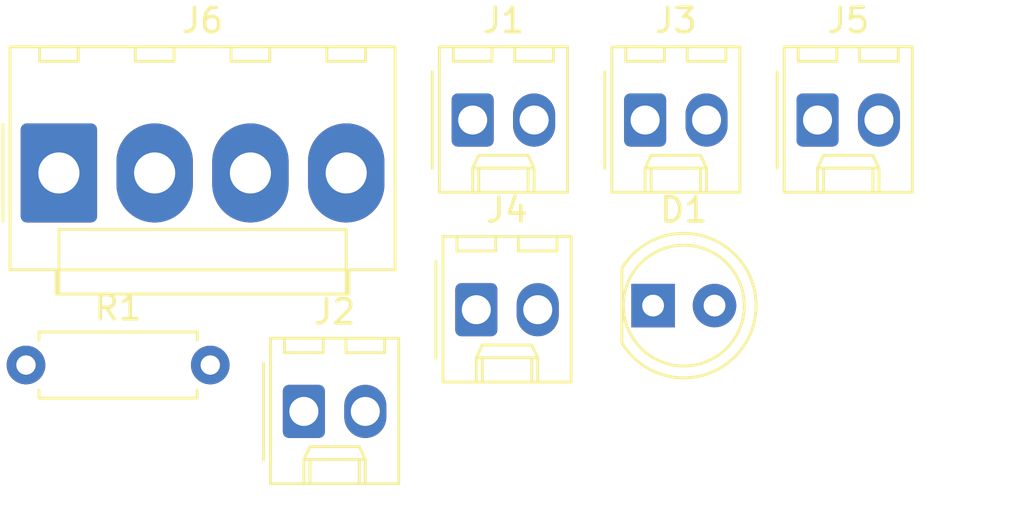
<source format=kicad_pcb>
(kicad_pcb (version 20171130) (host pcbnew "(5.1.5-0)")

  (general
    (thickness 1.6)
    (drawings 0)
    (tracks 0)
    (zones 0)
    (modules 8)
    (nets 9)
  )

  (page A4)
  (layers
    (0 F.Cu signal)
    (31 B.Cu signal)
    (32 B.Adhes user)
    (33 F.Adhes user)
    (34 B.Paste user)
    (35 F.Paste user)
    (36 B.SilkS user)
    (37 F.SilkS user)
    (38 B.Mask user)
    (39 F.Mask user)
    (40 Dwgs.User user)
    (41 Cmts.User user)
    (42 Eco1.User user)
    (43 Eco2.User user)
    (44 Edge.Cuts user)
    (45 Margin user)
    (46 B.CrtYd user)
    (47 F.CrtYd user)
    (48 B.Fab user)
    (49 F.Fab user)
  )

  (setup
    (last_trace_width 0.25)
    (trace_clearance 0.2)
    (zone_clearance 0.508)
    (zone_45_only no)
    (trace_min 0.2)
    (via_size 0.8)
    (via_drill 0.4)
    (via_min_size 0.4)
    (via_min_drill 0.3)
    (uvia_size 0.3)
    (uvia_drill 0.1)
    (uvias_allowed no)
    (uvia_min_size 0.2)
    (uvia_min_drill 0.1)
    (edge_width 0.05)
    (segment_width 0.2)
    (pcb_text_width 0.3)
    (pcb_text_size 1.5 1.5)
    (mod_edge_width 0.12)
    (mod_text_size 1 1)
    (mod_text_width 0.15)
    (pad_size 1.524 1.524)
    (pad_drill 0.762)
    (pad_to_mask_clearance 0.051)
    (solder_mask_min_width 0.25)
    (aux_axis_origin 0 0)
    (visible_elements FFFFFF7F)
    (pcbplotparams
      (layerselection 0x010fc_ffffffff)
      (usegerberextensions false)
      (usegerberattributes false)
      (usegerberadvancedattributes false)
      (creategerberjobfile false)
      (excludeedgelayer true)
      (linewidth 0.100000)
      (plotframeref false)
      (viasonmask false)
      (mode 1)
      (useauxorigin false)
      (hpglpennumber 1)
      (hpglpenspeed 20)
      (hpglpendiameter 15.000000)
      (psnegative false)
      (psa4output false)
      (plotreference true)
      (plotvalue true)
      (plotinvisibletext false)
      (padsonsilk false)
      (subtractmaskfromsilk false)
      (outputformat 1)
      (mirror false)
      (drillshape 1)
      (scaleselection 1)
      (outputdirectory ""))
  )

  (net 0 "")
  (net 1 +12V)
  (net 2 "Net-(D1-Pad1)")
  (net 3 "Net-(J1-Pad2)")
  (net 4 "Net-(J1-Pad1)")
  (net 5 GND)
  (net 6 "Net-(J4-Pad2)")
  (net 7 /-5V)
  (net 8 /+5V)

  (net_class Default "This is the default net class."
    (clearance 0.2)
    (trace_width 0.25)
    (via_dia 0.8)
    (via_drill 0.4)
    (uvia_dia 0.3)
    (uvia_drill 0.1)
    (add_net +12V)
    (add_net /+5V)
    (add_net /-5V)
    (add_net GND)
    (add_net "Net-(D1-Pad1)")
    (add_net "Net-(J1-Pad1)")
    (add_net "Net-(J1-Pad2)")
    (add_net "Net-(J4-Pad2)")
  )

  (module Resistor_THT:R_Axial_DIN0207_L6.3mm_D2.5mm_P7.62mm_Horizontal (layer F.Cu) (tedit 5AE5139B) (tstamp 5F9C67DA)
    (at 106.5183 88.693)
    (descr "Resistor, Axial_DIN0207 series, Axial, Horizontal, pin pitch=7.62mm, 0.25W = 1/4W, length*diameter=6.3*2.5mm^2, http://cdn-reichelt.de/documents/datenblatt/B400/1_4W%23YAG.pdf")
    (tags "Resistor Axial_DIN0207 series Axial Horizontal pin pitch 7.62mm 0.25W = 1/4W length 6.3mm diameter 2.5mm")
    (path /5F9D473A)
    (fp_text reference R1 (at 3.81 -2.37) (layer F.SilkS)
      (effects (font (size 1 1) (thickness 0.15)))
    )
    (fp_text value 510Ω (at 3.81 2.37) (layer F.Fab)
      (effects (font (size 1 1) (thickness 0.15)))
    )
    (fp_text user %R (at 3.81 0) (layer F.Fab)
      (effects (font (size 1 1) (thickness 0.15)))
    )
    (fp_line (start 8.67 -1.5) (end -1.05 -1.5) (layer F.CrtYd) (width 0.05))
    (fp_line (start 8.67 1.5) (end 8.67 -1.5) (layer F.CrtYd) (width 0.05))
    (fp_line (start -1.05 1.5) (end 8.67 1.5) (layer F.CrtYd) (width 0.05))
    (fp_line (start -1.05 -1.5) (end -1.05 1.5) (layer F.CrtYd) (width 0.05))
    (fp_line (start 7.08 1.37) (end 7.08 1.04) (layer F.SilkS) (width 0.12))
    (fp_line (start 0.54 1.37) (end 7.08 1.37) (layer F.SilkS) (width 0.12))
    (fp_line (start 0.54 1.04) (end 0.54 1.37) (layer F.SilkS) (width 0.12))
    (fp_line (start 7.08 -1.37) (end 7.08 -1.04) (layer F.SilkS) (width 0.12))
    (fp_line (start 0.54 -1.37) (end 7.08 -1.37) (layer F.SilkS) (width 0.12))
    (fp_line (start 0.54 -1.04) (end 0.54 -1.37) (layer F.SilkS) (width 0.12))
    (fp_line (start 7.62 0) (end 6.96 0) (layer F.Fab) (width 0.1))
    (fp_line (start 0 0) (end 0.66 0) (layer F.Fab) (width 0.1))
    (fp_line (start 6.96 -1.25) (end 0.66 -1.25) (layer F.Fab) (width 0.1))
    (fp_line (start 6.96 1.25) (end 6.96 -1.25) (layer F.Fab) (width 0.1))
    (fp_line (start 0.66 1.25) (end 6.96 1.25) (layer F.Fab) (width 0.1))
    (fp_line (start 0.66 -1.25) (end 0.66 1.25) (layer F.Fab) (width 0.1))
    (pad 2 thru_hole oval (at 7.62 0) (size 1.6 1.6) (drill 0.8) (layers *.Cu *.Mask)
      (net 5 GND))
    (pad 1 thru_hole circle (at 0 0) (size 1.6 1.6) (drill 0.8) (layers *.Cu *.Mask)
      (net 2 "Net-(D1-Pad1)"))
    (model ${KISYS3DMOD}/Resistor_THT.3dshapes/R_Axial_DIN0207_L6.3mm_D2.5mm_P7.62mm_Horizontal.wrl
      (at (xyz 0 0 0))
      (scale (xyz 1 1 1))
      (rotate (xyz 0 0 0))
    )
  )

  (module Connector_Molex:Molex_KK-396_A-41791-0004_1x04_P3.96mm_Vertical (layer F.Cu) (tedit 5DC431B4) (tstamp 5F9C67C3)
    (at 107.8783 80.743)
    (descr "Molex KK 396 Interconnect System, old/engineering part number: A-41791-0004 example for new part number: 26-60-4040, 4 Pins (https://www.molex.com/pdm_docs/sd/026604020_sd.pdf), generated with kicad-footprint-generator")
    (tags "connector Molex KK-396 vertical")
    (path /5F9C0B40)
    (fp_text reference J6 (at 5.94 -6.31) (layer F.SilkS)
      (effects (font (size 1 1) (thickness 0.15)))
    )
    (fp_text value "TI-99/4A Power" (at 5.94 6.1) (layer F.Fab)
      (effects (font (size 1 1) (thickness 0.15)))
    )
    (fp_text user %R (at 5.94 -4.41) (layer F.Fab)
      (effects (font (size 1 1) (thickness 0.15)))
    )
    (fp_line (start 14.29 -5.61) (end -2.41 -5.61) (layer F.CrtYd) (width 0.05))
    (fp_line (start 14.29 5.4) (end 14.29 -5.61) (layer F.CrtYd) (width 0.05))
    (fp_line (start -2.41 5.4) (end 14.29 5.4) (layer F.CrtYd) (width 0.05))
    (fp_line (start -2.41 -5.61) (end -2.41 5.4) (layer F.CrtYd) (width 0.05))
    (fp_line (start 12.68 -4.62) (end 12.68 -5.22) (layer F.SilkS) (width 0.12))
    (fp_line (start 11.08 -4.62) (end 12.68 -4.62) (layer F.SilkS) (width 0.12))
    (fp_line (start 11.08 -5.22) (end 11.08 -4.62) (layer F.SilkS) (width 0.12))
    (fp_line (start 8.72 -4.62) (end 8.72 -5.22) (layer F.SilkS) (width 0.12))
    (fp_line (start 7.12 -4.62) (end 8.72 -4.62) (layer F.SilkS) (width 0.12))
    (fp_line (start 7.12 -5.22) (end 7.12 -4.62) (layer F.SilkS) (width 0.12))
    (fp_line (start 4.76 -4.62) (end 4.76 -5.22) (layer F.SilkS) (width 0.12))
    (fp_line (start 3.16 -4.62) (end 4.76 -4.62) (layer F.SilkS) (width 0.12))
    (fp_line (start 3.16 -5.22) (end 3.16 -4.62) (layer F.SilkS) (width 0.12))
    (fp_line (start 0.8 -4.62) (end 0.8 -5.22) (layer F.SilkS) (width 0.12))
    (fp_line (start -0.8 -4.62) (end 0.8 -4.62) (layer F.SilkS) (width 0.12))
    (fp_line (start -0.8 -5.22) (end -0.8 -4.62) (layer F.SilkS) (width 0.12))
    (fp_line (start 11.88 2.34) (end 11.88 4.01) (layer F.SilkS) (width 0.12))
    (fp_line (start 0 2.34) (end 11.88 2.34) (layer F.SilkS) (width 0.12))
    (fp_line (start 0 4.01) (end 0 2.34) (layer F.SilkS) (width 0.12))
    (fp_line (start 11.88 4.01) (end 11.88 5.01) (layer F.SilkS) (width 0.12))
    (fp_line (start 0 4.01) (end 11.88 4.01) (layer F.SilkS) (width 0.12))
    (fp_line (start 0 5.01) (end 0 4.01) (layer F.SilkS) (width 0.12))
    (fp_line (start -1.202893 0) (end -1.91 0.5) (layer F.Fab) (width 0.1))
    (fp_line (start -1.91 -0.5) (end -1.202893 0) (layer F.Fab) (width 0.1))
    (fp_line (start -2.31 -2) (end -2.31 2) (layer F.SilkS) (width 0.12))
    (fp_line (start -2.02 4.005) (end -2.02 -5.22) (layer F.SilkS) (width 0.12))
    (fp_line (start -0.115 4.005) (end -2.02 4.005) (layer F.SilkS) (width 0.12))
    (fp_line (start -0.115 5.01) (end -0.115 4.005) (layer F.SilkS) (width 0.12))
    (fp_line (start 11.995 5.01) (end -0.115 5.01) (layer F.SilkS) (width 0.12))
    (fp_line (start 11.995 4.005) (end 11.995 5.01) (layer F.SilkS) (width 0.12))
    (fp_line (start 13.9 4.005) (end 11.995 4.005) (layer F.SilkS) (width 0.12))
    (fp_line (start 13.9 -5.22) (end 13.9 4.005) (layer F.SilkS) (width 0.12))
    (fp_line (start -2.02 -5.22) (end 13.9 -5.22) (layer F.SilkS) (width 0.12))
    (fp_line (start -1.91 3.895) (end -1.91 -5.11) (layer F.Fab) (width 0.1))
    (fp_line (start -0.005 3.895) (end -1.91 3.895) (layer F.Fab) (width 0.1))
    (fp_line (start -0.005 4.9) (end -0.005 3.895) (layer F.Fab) (width 0.1))
    (fp_line (start 11.885 4.9) (end -0.005 4.9) (layer F.Fab) (width 0.1))
    (fp_line (start 11.885 3.895) (end 11.885 4.9) (layer F.Fab) (width 0.1))
    (fp_line (start 13.79 3.895) (end 11.885 3.895) (layer F.Fab) (width 0.1))
    (fp_line (start 13.79 -5.11) (end 13.79 3.895) (layer F.Fab) (width 0.1))
    (fp_line (start -1.91 -5.11) (end 13.79 -5.11) (layer F.Fab) (width 0.1))
    (pad 4 thru_hole oval (at 11.88 0) (size 3.16 4.1) (drill 1.7) (layers *.Cu *.Mask)
      (net 8 /+5V))
    (pad 3 thru_hole oval (at 7.92 0) (size 3.16 4.1) (drill 1.7) (layers *.Cu *.Mask)
      (net 5 GND))
    (pad 2 thru_hole oval (at 3.96 0) (size 3.16 4.1) (drill 1.7) (layers *.Cu *.Mask)
      (net 1 +12V))
    (pad 1 thru_hole roundrect (at 0 0) (size 3.16 4.1) (drill 1.7) (layers *.Cu *.Mask) (roundrect_rratio 0.079114)
      (net 7 /-5V))
    (model ${KISYS3DMOD}/Connector_Molex.3dshapes/Molex_KK-396_A-41791-0004_1x04_P3.96mm_Vertical.wrl
      (at (xyz 0 0 0))
      (scale (xyz 1 1 1))
      (rotate (xyz 0 0 0))
    )
  )

  (module Connector_Molex:Molex_KK-254_AE-6410-02A_1x02_P2.54mm_Vertical (layer F.Cu) (tedit 5B78013E) (tstamp 5F9C6791)
    (at 139.2483 78.553)
    (descr "Molex KK-254 Interconnect System, old/engineering part number: AE-6410-02A example for new part number: 22-27-2021, 2 Pins (http://www.molex.com/pdm_docs/sd/022272021_sd.pdf), generated with kicad-footprint-generator")
    (tags "connector Molex KK-254 side entry")
    (path /5F9CBF29)
    (fp_text reference J5 (at 1.27 -4.12) (layer F.SilkS)
      (effects (font (size 1 1) (thickness 0.15)))
    )
    (fp_text value "+5V Regulator Out" (at 1.27 4.08) (layer F.Fab)
      (effects (font (size 1 1) (thickness 0.15)))
    )
    (fp_text user %R (at 1.27 -2.22) (layer F.Fab)
      (effects (font (size 1 1) (thickness 0.15)))
    )
    (fp_line (start 4.31 -3.42) (end -1.77 -3.42) (layer F.CrtYd) (width 0.05))
    (fp_line (start 4.31 3.38) (end 4.31 -3.42) (layer F.CrtYd) (width 0.05))
    (fp_line (start -1.77 3.38) (end 4.31 3.38) (layer F.CrtYd) (width 0.05))
    (fp_line (start -1.77 -3.42) (end -1.77 3.38) (layer F.CrtYd) (width 0.05))
    (fp_line (start 3.34 -2.43) (end 3.34 -3.03) (layer F.SilkS) (width 0.12))
    (fp_line (start 1.74 -2.43) (end 3.34 -2.43) (layer F.SilkS) (width 0.12))
    (fp_line (start 1.74 -3.03) (end 1.74 -2.43) (layer F.SilkS) (width 0.12))
    (fp_line (start 0.8 -2.43) (end 0.8 -3.03) (layer F.SilkS) (width 0.12))
    (fp_line (start -0.8 -2.43) (end 0.8 -2.43) (layer F.SilkS) (width 0.12))
    (fp_line (start -0.8 -3.03) (end -0.8 -2.43) (layer F.SilkS) (width 0.12))
    (fp_line (start 2.29 2.99) (end 2.29 1.99) (layer F.SilkS) (width 0.12))
    (fp_line (start 0.25 2.99) (end 0.25 1.99) (layer F.SilkS) (width 0.12))
    (fp_line (start 2.29 1.46) (end 2.54 1.99) (layer F.SilkS) (width 0.12))
    (fp_line (start 0.25 1.46) (end 2.29 1.46) (layer F.SilkS) (width 0.12))
    (fp_line (start 0 1.99) (end 0.25 1.46) (layer F.SilkS) (width 0.12))
    (fp_line (start 2.54 1.99) (end 2.54 2.99) (layer F.SilkS) (width 0.12))
    (fp_line (start 0 1.99) (end 2.54 1.99) (layer F.SilkS) (width 0.12))
    (fp_line (start 0 2.99) (end 0 1.99) (layer F.SilkS) (width 0.12))
    (fp_line (start -0.562893 0) (end -1.27 0.5) (layer F.Fab) (width 0.1))
    (fp_line (start -1.27 -0.5) (end -0.562893 0) (layer F.Fab) (width 0.1))
    (fp_line (start -1.67 -2) (end -1.67 2) (layer F.SilkS) (width 0.12))
    (fp_line (start 3.92 -3.03) (end -1.38 -3.03) (layer F.SilkS) (width 0.12))
    (fp_line (start 3.92 2.99) (end 3.92 -3.03) (layer F.SilkS) (width 0.12))
    (fp_line (start -1.38 2.99) (end 3.92 2.99) (layer F.SilkS) (width 0.12))
    (fp_line (start -1.38 -3.03) (end -1.38 2.99) (layer F.SilkS) (width 0.12))
    (fp_line (start 3.81 -2.92) (end -1.27 -2.92) (layer F.Fab) (width 0.1))
    (fp_line (start 3.81 2.88) (end 3.81 -2.92) (layer F.Fab) (width 0.1))
    (fp_line (start -1.27 2.88) (end 3.81 2.88) (layer F.Fab) (width 0.1))
    (fp_line (start -1.27 -2.92) (end -1.27 2.88) (layer F.Fab) (width 0.1))
    (pad 2 thru_hole oval (at 2.54 0) (size 1.74 2.2) (drill 1.2) (layers *.Cu *.Mask)
      (net 6 "Net-(J4-Pad2)"))
    (pad 1 thru_hole roundrect (at 0 0) (size 1.74 2.2) (drill 1.2) (layers *.Cu *.Mask) (roundrect_rratio 0.143678)
      (net 8 /+5V))
    (model ${KISYS3DMOD}/Connector_Molex.3dshapes/Molex_KK-254_AE-6410-02A_1x02_P2.54mm_Vertical.wrl
      (at (xyz 0 0 0))
      (scale (xyz 1 1 1))
      (rotate (xyz 0 0 0))
    )
  )

  (module Connector_Molex:Molex_KK-254_AE-6410-02A_1x02_P2.54mm_Vertical (layer F.Cu) (tedit 5B78013E) (tstamp 5F9C676D)
    (at 125.1383 86.403)
    (descr "Molex KK-254 Interconnect System, old/engineering part number: AE-6410-02A example for new part number: 22-27-2021, 2 Pins (http://www.molex.com/pdm_docs/sd/022272021_sd.pdf), generated with kicad-footprint-generator")
    (tags "connector Molex KK-254 side entry")
    (path /5F9CA93C)
    (fp_text reference J4 (at 1.27 -4.12) (layer F.SilkS)
      (effects (font (size 1 1) (thickness 0.15)))
    )
    (fp_text value "-5V Regulator Out" (at 1.27 4.08) (layer F.Fab)
      (effects (font (size 1 1) (thickness 0.15)))
    )
    (fp_text user %R (at 1.27 -2.22) (layer F.Fab)
      (effects (font (size 1 1) (thickness 0.15)))
    )
    (fp_line (start 4.31 -3.42) (end -1.77 -3.42) (layer F.CrtYd) (width 0.05))
    (fp_line (start 4.31 3.38) (end 4.31 -3.42) (layer F.CrtYd) (width 0.05))
    (fp_line (start -1.77 3.38) (end 4.31 3.38) (layer F.CrtYd) (width 0.05))
    (fp_line (start -1.77 -3.42) (end -1.77 3.38) (layer F.CrtYd) (width 0.05))
    (fp_line (start 3.34 -2.43) (end 3.34 -3.03) (layer F.SilkS) (width 0.12))
    (fp_line (start 1.74 -2.43) (end 3.34 -2.43) (layer F.SilkS) (width 0.12))
    (fp_line (start 1.74 -3.03) (end 1.74 -2.43) (layer F.SilkS) (width 0.12))
    (fp_line (start 0.8 -2.43) (end 0.8 -3.03) (layer F.SilkS) (width 0.12))
    (fp_line (start -0.8 -2.43) (end 0.8 -2.43) (layer F.SilkS) (width 0.12))
    (fp_line (start -0.8 -3.03) (end -0.8 -2.43) (layer F.SilkS) (width 0.12))
    (fp_line (start 2.29 2.99) (end 2.29 1.99) (layer F.SilkS) (width 0.12))
    (fp_line (start 0.25 2.99) (end 0.25 1.99) (layer F.SilkS) (width 0.12))
    (fp_line (start 2.29 1.46) (end 2.54 1.99) (layer F.SilkS) (width 0.12))
    (fp_line (start 0.25 1.46) (end 2.29 1.46) (layer F.SilkS) (width 0.12))
    (fp_line (start 0 1.99) (end 0.25 1.46) (layer F.SilkS) (width 0.12))
    (fp_line (start 2.54 1.99) (end 2.54 2.99) (layer F.SilkS) (width 0.12))
    (fp_line (start 0 1.99) (end 2.54 1.99) (layer F.SilkS) (width 0.12))
    (fp_line (start 0 2.99) (end 0 1.99) (layer F.SilkS) (width 0.12))
    (fp_line (start -0.562893 0) (end -1.27 0.5) (layer F.Fab) (width 0.1))
    (fp_line (start -1.27 -0.5) (end -0.562893 0) (layer F.Fab) (width 0.1))
    (fp_line (start -1.67 -2) (end -1.67 2) (layer F.SilkS) (width 0.12))
    (fp_line (start 3.92 -3.03) (end -1.38 -3.03) (layer F.SilkS) (width 0.12))
    (fp_line (start 3.92 2.99) (end 3.92 -3.03) (layer F.SilkS) (width 0.12))
    (fp_line (start -1.38 2.99) (end 3.92 2.99) (layer F.SilkS) (width 0.12))
    (fp_line (start -1.38 -3.03) (end -1.38 2.99) (layer F.SilkS) (width 0.12))
    (fp_line (start 3.81 -2.92) (end -1.27 -2.92) (layer F.Fab) (width 0.1))
    (fp_line (start 3.81 2.88) (end 3.81 -2.92) (layer F.Fab) (width 0.1))
    (fp_line (start -1.27 2.88) (end 3.81 2.88) (layer F.Fab) (width 0.1))
    (fp_line (start -1.27 -2.92) (end -1.27 2.88) (layer F.Fab) (width 0.1))
    (pad 2 thru_hole oval (at 2.54 0) (size 1.74 2.2) (drill 1.2) (layers *.Cu *.Mask)
      (net 6 "Net-(J4-Pad2)"))
    (pad 1 thru_hole roundrect (at 0 0) (size 1.74 2.2) (drill 1.2) (layers *.Cu *.Mask) (roundrect_rratio 0.143678)
      (net 7 /-5V))
    (model ${KISYS3DMOD}/Connector_Molex.3dshapes/Molex_KK-254_AE-6410-02A_1x02_P2.54mm_Vertical.wrl
      (at (xyz 0 0 0))
      (scale (xyz 1 1 1))
      (rotate (xyz 0 0 0))
    )
  )

  (module Connector_Molex:Molex_KK-254_AE-6410-02A_1x02_P2.54mm_Vertical (layer F.Cu) (tedit 5B78013E) (tstamp 5F9C6749)
    (at 132.1183 78.553)
    (descr "Molex KK-254 Interconnect System, old/engineering part number: AE-6410-02A example for new part number: 22-27-2021, 2 Pins (http://www.molex.com/pdm_docs/sd/022272021_sd.pdf), generated with kicad-footprint-generator")
    (tags "connector Molex KK-254 side entry")
    (path /5F9C4CC1)
    (fp_text reference J3 (at 1.27 -4.12) (layer F.SilkS)
      (effects (font (size 1 1) (thickness 0.15)))
    )
    (fp_text value "+12V OUT" (at 1.27 4.08) (layer F.Fab)
      (effects (font (size 1 1) (thickness 0.15)))
    )
    (fp_text user %R (at 1.27 -2.22) (layer F.Fab)
      (effects (font (size 1 1) (thickness 0.15)))
    )
    (fp_line (start 4.31 -3.42) (end -1.77 -3.42) (layer F.CrtYd) (width 0.05))
    (fp_line (start 4.31 3.38) (end 4.31 -3.42) (layer F.CrtYd) (width 0.05))
    (fp_line (start -1.77 3.38) (end 4.31 3.38) (layer F.CrtYd) (width 0.05))
    (fp_line (start -1.77 -3.42) (end -1.77 3.38) (layer F.CrtYd) (width 0.05))
    (fp_line (start 3.34 -2.43) (end 3.34 -3.03) (layer F.SilkS) (width 0.12))
    (fp_line (start 1.74 -2.43) (end 3.34 -2.43) (layer F.SilkS) (width 0.12))
    (fp_line (start 1.74 -3.03) (end 1.74 -2.43) (layer F.SilkS) (width 0.12))
    (fp_line (start 0.8 -2.43) (end 0.8 -3.03) (layer F.SilkS) (width 0.12))
    (fp_line (start -0.8 -2.43) (end 0.8 -2.43) (layer F.SilkS) (width 0.12))
    (fp_line (start -0.8 -3.03) (end -0.8 -2.43) (layer F.SilkS) (width 0.12))
    (fp_line (start 2.29 2.99) (end 2.29 1.99) (layer F.SilkS) (width 0.12))
    (fp_line (start 0.25 2.99) (end 0.25 1.99) (layer F.SilkS) (width 0.12))
    (fp_line (start 2.29 1.46) (end 2.54 1.99) (layer F.SilkS) (width 0.12))
    (fp_line (start 0.25 1.46) (end 2.29 1.46) (layer F.SilkS) (width 0.12))
    (fp_line (start 0 1.99) (end 0.25 1.46) (layer F.SilkS) (width 0.12))
    (fp_line (start 2.54 1.99) (end 2.54 2.99) (layer F.SilkS) (width 0.12))
    (fp_line (start 0 1.99) (end 2.54 1.99) (layer F.SilkS) (width 0.12))
    (fp_line (start 0 2.99) (end 0 1.99) (layer F.SilkS) (width 0.12))
    (fp_line (start -0.562893 0) (end -1.27 0.5) (layer F.Fab) (width 0.1))
    (fp_line (start -1.27 -0.5) (end -0.562893 0) (layer F.Fab) (width 0.1))
    (fp_line (start -1.67 -2) (end -1.67 2) (layer F.SilkS) (width 0.12))
    (fp_line (start 3.92 -3.03) (end -1.38 -3.03) (layer F.SilkS) (width 0.12))
    (fp_line (start 3.92 2.99) (end 3.92 -3.03) (layer F.SilkS) (width 0.12))
    (fp_line (start -1.38 2.99) (end 3.92 2.99) (layer F.SilkS) (width 0.12))
    (fp_line (start -1.38 -3.03) (end -1.38 2.99) (layer F.SilkS) (width 0.12))
    (fp_line (start 3.81 -2.92) (end -1.27 -2.92) (layer F.Fab) (width 0.1))
    (fp_line (start 3.81 2.88) (end 3.81 -2.92) (layer F.Fab) (width 0.1))
    (fp_line (start -1.27 2.88) (end 3.81 2.88) (layer F.Fab) (width 0.1))
    (fp_line (start -1.27 -2.92) (end -1.27 2.88) (layer F.Fab) (width 0.1))
    (pad 2 thru_hole oval (at 2.54 0) (size 1.74 2.2) (drill 1.2) (layers *.Cu *.Mask)
      (net 5 GND))
    (pad 1 thru_hole roundrect (at 0 0) (size 1.74 2.2) (drill 1.2) (layers *.Cu *.Mask) (roundrect_rratio 0.143678)
      (net 1 +12V))
    (model ${KISYS3DMOD}/Connector_Molex.3dshapes/Molex_KK-254_AE-6410-02A_1x02_P2.54mm_Vertical.wrl
      (at (xyz 0 0 0))
      (scale (xyz 1 1 1))
      (rotate (xyz 0 0 0))
    )
  )

  (module Connector_Molex:Molex_KK-254_AE-6410-02A_1x02_P2.54mm_Vertical (layer F.Cu) (tedit 5B78013E) (tstamp 5F9C6725)
    (at 118.0083 90.613)
    (descr "Molex KK-254 Interconnect System, old/engineering part number: AE-6410-02A example for new part number: 22-27-2021, 2 Pins (http://www.molex.com/pdm_docs/sd/022272021_sd.pdf), generated with kicad-footprint-generator")
    (tags "connector Molex KK-254 side entry")
    (path /5F9C3CFA)
    (fp_text reference J2 (at 1.27 -4.12) (layer F.SilkS)
      (effects (font (size 1 1) (thickness 0.15)))
    )
    (fp_text value "+12V OUT" (at 1.27 4.08) (layer F.Fab)
      (effects (font (size 1 1) (thickness 0.15)))
    )
    (fp_text user %R (at 1.27 -2.22) (layer F.Fab)
      (effects (font (size 1 1) (thickness 0.15)))
    )
    (fp_line (start 4.31 -3.42) (end -1.77 -3.42) (layer F.CrtYd) (width 0.05))
    (fp_line (start 4.31 3.38) (end 4.31 -3.42) (layer F.CrtYd) (width 0.05))
    (fp_line (start -1.77 3.38) (end 4.31 3.38) (layer F.CrtYd) (width 0.05))
    (fp_line (start -1.77 -3.42) (end -1.77 3.38) (layer F.CrtYd) (width 0.05))
    (fp_line (start 3.34 -2.43) (end 3.34 -3.03) (layer F.SilkS) (width 0.12))
    (fp_line (start 1.74 -2.43) (end 3.34 -2.43) (layer F.SilkS) (width 0.12))
    (fp_line (start 1.74 -3.03) (end 1.74 -2.43) (layer F.SilkS) (width 0.12))
    (fp_line (start 0.8 -2.43) (end 0.8 -3.03) (layer F.SilkS) (width 0.12))
    (fp_line (start -0.8 -2.43) (end 0.8 -2.43) (layer F.SilkS) (width 0.12))
    (fp_line (start -0.8 -3.03) (end -0.8 -2.43) (layer F.SilkS) (width 0.12))
    (fp_line (start 2.29 2.99) (end 2.29 1.99) (layer F.SilkS) (width 0.12))
    (fp_line (start 0.25 2.99) (end 0.25 1.99) (layer F.SilkS) (width 0.12))
    (fp_line (start 2.29 1.46) (end 2.54 1.99) (layer F.SilkS) (width 0.12))
    (fp_line (start 0.25 1.46) (end 2.29 1.46) (layer F.SilkS) (width 0.12))
    (fp_line (start 0 1.99) (end 0.25 1.46) (layer F.SilkS) (width 0.12))
    (fp_line (start 2.54 1.99) (end 2.54 2.99) (layer F.SilkS) (width 0.12))
    (fp_line (start 0 1.99) (end 2.54 1.99) (layer F.SilkS) (width 0.12))
    (fp_line (start 0 2.99) (end 0 1.99) (layer F.SilkS) (width 0.12))
    (fp_line (start -0.562893 0) (end -1.27 0.5) (layer F.Fab) (width 0.1))
    (fp_line (start -1.27 -0.5) (end -0.562893 0) (layer F.Fab) (width 0.1))
    (fp_line (start -1.67 -2) (end -1.67 2) (layer F.SilkS) (width 0.12))
    (fp_line (start 3.92 -3.03) (end -1.38 -3.03) (layer F.SilkS) (width 0.12))
    (fp_line (start 3.92 2.99) (end 3.92 -3.03) (layer F.SilkS) (width 0.12))
    (fp_line (start -1.38 2.99) (end 3.92 2.99) (layer F.SilkS) (width 0.12))
    (fp_line (start -1.38 -3.03) (end -1.38 2.99) (layer F.SilkS) (width 0.12))
    (fp_line (start 3.81 -2.92) (end -1.27 -2.92) (layer F.Fab) (width 0.1))
    (fp_line (start 3.81 2.88) (end 3.81 -2.92) (layer F.Fab) (width 0.1))
    (fp_line (start -1.27 2.88) (end 3.81 2.88) (layer F.Fab) (width 0.1))
    (fp_line (start -1.27 -2.92) (end -1.27 2.88) (layer F.Fab) (width 0.1))
    (pad 2 thru_hole oval (at 2.54 0) (size 1.74 2.2) (drill 1.2) (layers *.Cu *.Mask)
      (net 5 GND))
    (pad 1 thru_hole roundrect (at 0 0) (size 1.74 2.2) (drill 1.2) (layers *.Cu *.Mask) (roundrect_rratio 0.143678)
      (net 1 +12V))
    (model ${KISYS3DMOD}/Connector_Molex.3dshapes/Molex_KK-254_AE-6410-02A_1x02_P2.54mm_Vertical.wrl
      (at (xyz 0 0 0))
      (scale (xyz 1 1 1))
      (rotate (xyz 0 0 0))
    )
  )

  (module Connector_Molex:Molex_KK-254_AE-6410-02A_1x02_P2.54mm_Vertical (layer F.Cu) (tedit 5B78013E) (tstamp 5F9C6701)
    (at 124.9883 78.553)
    (descr "Molex KK-254 Interconnect System, old/engineering part number: AE-6410-02A example for new part number: 22-27-2021, 2 Pins (http://www.molex.com/pdm_docs/sd/022272021_sd.pdf), generated with kicad-footprint-generator")
    (tags "connector Molex KK-254 side entry")
    (path /5F9C2BC3)
    (fp_text reference J1 (at 1.27 -4.12) (layer F.SilkS)
      (effects (font (size 1 1) (thickness 0.15)))
    )
    (fp_text value "DC +12V IN" (at 1.27 4.08) (layer F.Fab)
      (effects (font (size 1 1) (thickness 0.15)))
    )
    (fp_text user %R (at 1.27 -2.22) (layer F.Fab)
      (effects (font (size 1 1) (thickness 0.15)))
    )
    (fp_line (start 4.31 -3.42) (end -1.77 -3.42) (layer F.CrtYd) (width 0.05))
    (fp_line (start 4.31 3.38) (end 4.31 -3.42) (layer F.CrtYd) (width 0.05))
    (fp_line (start -1.77 3.38) (end 4.31 3.38) (layer F.CrtYd) (width 0.05))
    (fp_line (start -1.77 -3.42) (end -1.77 3.38) (layer F.CrtYd) (width 0.05))
    (fp_line (start 3.34 -2.43) (end 3.34 -3.03) (layer F.SilkS) (width 0.12))
    (fp_line (start 1.74 -2.43) (end 3.34 -2.43) (layer F.SilkS) (width 0.12))
    (fp_line (start 1.74 -3.03) (end 1.74 -2.43) (layer F.SilkS) (width 0.12))
    (fp_line (start 0.8 -2.43) (end 0.8 -3.03) (layer F.SilkS) (width 0.12))
    (fp_line (start -0.8 -2.43) (end 0.8 -2.43) (layer F.SilkS) (width 0.12))
    (fp_line (start -0.8 -3.03) (end -0.8 -2.43) (layer F.SilkS) (width 0.12))
    (fp_line (start 2.29 2.99) (end 2.29 1.99) (layer F.SilkS) (width 0.12))
    (fp_line (start 0.25 2.99) (end 0.25 1.99) (layer F.SilkS) (width 0.12))
    (fp_line (start 2.29 1.46) (end 2.54 1.99) (layer F.SilkS) (width 0.12))
    (fp_line (start 0.25 1.46) (end 2.29 1.46) (layer F.SilkS) (width 0.12))
    (fp_line (start 0 1.99) (end 0.25 1.46) (layer F.SilkS) (width 0.12))
    (fp_line (start 2.54 1.99) (end 2.54 2.99) (layer F.SilkS) (width 0.12))
    (fp_line (start 0 1.99) (end 2.54 1.99) (layer F.SilkS) (width 0.12))
    (fp_line (start 0 2.99) (end 0 1.99) (layer F.SilkS) (width 0.12))
    (fp_line (start -0.562893 0) (end -1.27 0.5) (layer F.Fab) (width 0.1))
    (fp_line (start -1.27 -0.5) (end -0.562893 0) (layer F.Fab) (width 0.1))
    (fp_line (start -1.67 -2) (end -1.67 2) (layer F.SilkS) (width 0.12))
    (fp_line (start 3.92 -3.03) (end -1.38 -3.03) (layer F.SilkS) (width 0.12))
    (fp_line (start 3.92 2.99) (end 3.92 -3.03) (layer F.SilkS) (width 0.12))
    (fp_line (start -1.38 2.99) (end 3.92 2.99) (layer F.SilkS) (width 0.12))
    (fp_line (start -1.38 -3.03) (end -1.38 2.99) (layer F.SilkS) (width 0.12))
    (fp_line (start 3.81 -2.92) (end -1.27 -2.92) (layer F.Fab) (width 0.1))
    (fp_line (start 3.81 2.88) (end 3.81 -2.92) (layer F.Fab) (width 0.1))
    (fp_line (start -1.27 2.88) (end 3.81 2.88) (layer F.Fab) (width 0.1))
    (fp_line (start -1.27 -2.92) (end -1.27 2.88) (layer F.Fab) (width 0.1))
    (pad 2 thru_hole oval (at 2.54 0) (size 1.74 2.2) (drill 1.2) (layers *.Cu *.Mask)
      (net 3 "Net-(J1-Pad2)"))
    (pad 1 thru_hole roundrect (at 0 0) (size 1.74 2.2) (drill 1.2) (layers *.Cu *.Mask) (roundrect_rratio 0.143678)
      (net 4 "Net-(J1-Pad1)"))
    (model ${KISYS3DMOD}/Connector_Molex.3dshapes/Molex_KK-254_AE-6410-02A_1x02_P2.54mm_Vertical.wrl
      (at (xyz 0 0 0))
      (scale (xyz 1 1 1))
      (rotate (xyz 0 0 0))
    )
  )

  (module LED_THT:LED_D5.0mm (layer F.Cu) (tedit 5995936A) (tstamp 5F9C66DD)
    (at 132.4483 86.233)
    (descr "LED, diameter 5.0mm, 2 pins, http://cdn-reichelt.de/documents/datenblatt/A500/LL-504BC2E-009.pdf")
    (tags "LED diameter 5.0mm 2 pins")
    (path /5F9D2E05)
    (fp_text reference D1 (at 1.27 -3.96) (layer F.SilkS)
      (effects (font (size 1 1) (thickness 0.15)))
    )
    (fp_text value LED (at 1.27 3.96) (layer F.Fab)
      (effects (font (size 1 1) (thickness 0.15)))
    )
    (fp_text user %R (at 1.25 0) (layer F.Fab)
      (effects (font (size 0.8 0.8) (thickness 0.2)))
    )
    (fp_line (start 4.5 -3.25) (end -1.95 -3.25) (layer F.CrtYd) (width 0.05))
    (fp_line (start 4.5 3.25) (end 4.5 -3.25) (layer F.CrtYd) (width 0.05))
    (fp_line (start -1.95 3.25) (end 4.5 3.25) (layer F.CrtYd) (width 0.05))
    (fp_line (start -1.95 -3.25) (end -1.95 3.25) (layer F.CrtYd) (width 0.05))
    (fp_line (start -1.29 -1.545) (end -1.29 1.545) (layer F.SilkS) (width 0.12))
    (fp_line (start -1.23 -1.469694) (end -1.23 1.469694) (layer F.Fab) (width 0.1))
    (fp_circle (center 1.27 0) (end 3.77 0) (layer F.SilkS) (width 0.12))
    (fp_circle (center 1.27 0) (end 3.77 0) (layer F.Fab) (width 0.1))
    (fp_arc (start 1.27 0) (end -1.29 1.54483) (angle -148.9) (layer F.SilkS) (width 0.12))
    (fp_arc (start 1.27 0) (end -1.29 -1.54483) (angle 148.9) (layer F.SilkS) (width 0.12))
    (fp_arc (start 1.27 0) (end -1.23 -1.469694) (angle 299.1) (layer F.Fab) (width 0.1))
    (pad 2 thru_hole circle (at 2.54 0) (size 1.8 1.8) (drill 0.9) (layers *.Cu *.Mask)
      (net 1 +12V))
    (pad 1 thru_hole rect (at 0 0) (size 1.8 1.8) (drill 0.9) (layers *.Cu *.Mask)
      (net 2 "Net-(D1-Pad1)"))
    (model ${KISYS3DMOD}/LED_THT.3dshapes/LED_D5.0mm.wrl
      (at (xyz 0 0 0))
      (scale (xyz 1 1 1))
      (rotate (xyz 0 0 0))
    )
  )

)

</source>
